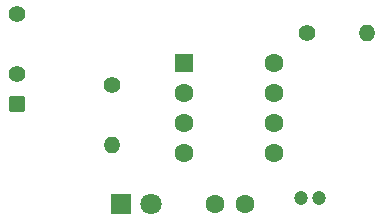
<source format=gbr>
%TF.GenerationSoftware,KiCad,Pcbnew,9.0.0*%
%TF.CreationDate,2025-03-14T20:33:42+05:30*%
%TF.ProjectId,ir-switch,69722d73-7769-4746-9368-2e6b69636164,rev?*%
%TF.SameCoordinates,Original*%
%TF.FileFunction,Soldermask,Top*%
%TF.FilePolarity,Negative*%
%FSLAX46Y46*%
G04 Gerber Fmt 4.6, Leading zero omitted, Abs format (unit mm)*
G04 Created by KiCad (PCBNEW 9.0.0) date 2025-03-14 20:33:42*
%MOMM*%
%LPD*%
G01*
G04 APERTURE LIST*
G04 Aperture macros list*
%AMRoundRect*
0 Rectangle with rounded corners*
0 $1 Rounding radius*
0 $2 $3 $4 $5 $6 $7 $8 $9 X,Y pos of 4 corners*
0 Add a 4 corners polygon primitive as box body*
4,1,4,$2,$3,$4,$5,$6,$7,$8,$9,$2,$3,0*
0 Add four circle primitives for the rounded corners*
1,1,$1+$1,$2,$3*
1,1,$1+$1,$4,$5*
1,1,$1+$1,$6,$7*
1,1,$1+$1,$8,$9*
0 Add four rect primitives between the rounded corners*
20,1,$1+$1,$2,$3,$4,$5,0*
20,1,$1+$1,$4,$5,$6,$7,0*
20,1,$1+$1,$6,$7,$8,$9,0*
20,1,$1+$1,$8,$9,$2,$3,0*%
G04 Aperture macros list end*
%ADD10C,1.600000*%
%ADD11C,1.200000*%
%ADD12R,1.800000X1.800000*%
%ADD13C,1.800000*%
%ADD14RoundRect,0.249200X0.450800X-0.450800X0.450800X0.450800X-0.450800X0.450800X-0.450800X-0.450800X0*%
%ADD15C,1.400000*%
%ADD16RoundRect,0.250000X-0.550000X-0.550000X0.550000X-0.550000X0.550000X0.550000X-0.550000X0.550000X0*%
%ADD17O,1.400000X1.400000*%
G04 APERTURE END LIST*
D10*
%TO.C,C1*%
X140250000Y-86000000D03*
X137750000Y-86000000D03*
%TD*%
D11*
%TO.C,C2*%
X145000000Y-85500000D03*
X146500000Y-85500000D03*
%TD*%
D12*
%TO.C,D1*%
X129730000Y-86000000D03*
D13*
X132270000Y-86000000D03*
%TD*%
D14*
%TO.C,U2*%
X121000000Y-77500000D03*
D15*
X121000000Y-74960000D03*
X121000000Y-69880000D03*
%TD*%
D16*
%TO.C,U1*%
X135090000Y-74010000D03*
D10*
X135090000Y-76550000D03*
X135090000Y-79090000D03*
X135090000Y-81630000D03*
X142710000Y-81630000D03*
X142710000Y-79090000D03*
X142710000Y-76550000D03*
X142710000Y-74010000D03*
%TD*%
D15*
%TO.C,R2*%
X129000000Y-75920000D03*
D17*
X129000000Y-81000000D03*
%TD*%
D15*
%TO.C,R1*%
X145500000Y-71500000D03*
D17*
X150580000Y-71500000D03*
%TD*%
M02*

</source>
